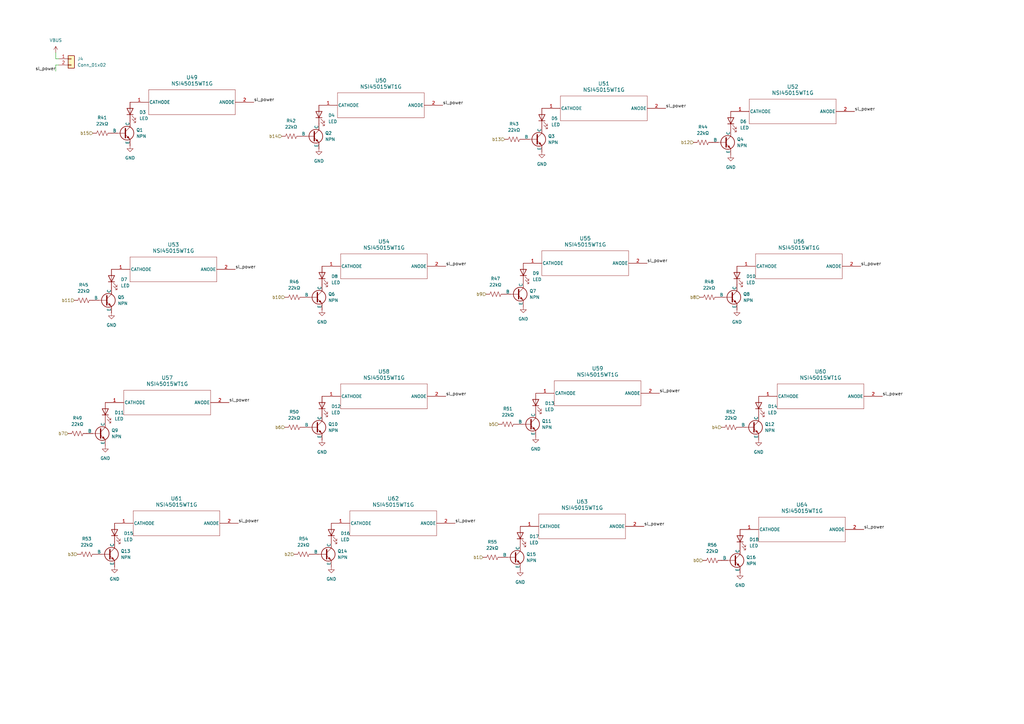
<source format=kicad_sch>
(kicad_sch (version 20231120) (generator "eeschema") (generator_version "8.0")
  (paper "A3")
  (lib_symbols
    (symbol "CMPE2750:NSI45015WT1G" (pin_names (offset 0.254))
      (property "Reference" "U" (at 25.4 10.16 0))
      (property "Value" "NSI45015WT1G" (at 25.4 7.62 0))
      (symbol "NSI45015WT1G_1_1"
        (polyline (pts (xy 7.62 -5.08) (xy 43.18 -5.08)) (stroke (width 0.127)))
        (polyline (pts (xy 7.62 5.08) (xy 7.62 -5.08)) (stroke (width 0.127)))
        (polyline (pts (xy 43.18 -5.08) (xy 43.18 5.08)) (stroke (width 0.127)))
        (polyline (pts (xy 43.18 5.08) (xy 7.62 5.08)) (stroke (width 0.127)))
        (pin passive line (at 0 0 0) (length 7.62) (name "CATHODE") (number "1"))
        (pin passive line (at 50.8 0 180) (length 7.62) (name "ANODE") (number "2"))
      )
    )
    (symbol "Connector_Generic:Conn_01x02" (pin_names (offset 1.016) hide)
      (property "Reference" "J" (at 0 2.54 0))
      (property "Value" "Conn_01x02" (at 0 -5.08 0))
      (symbol "Conn_01x02_1_1"
        (rectangle (start -1.27 -2.413) (end 0 -2.667) (stroke (width 0.1524)))
        (rectangle (start -1.27 0.127) (end 0 -0.127) (stroke (width 0.1524)))
        (rectangle (start -1.27 1.27) (end 1.27 -3.81) (stroke (width 0.254)) (fill (type background)))
        (pin passive line (at -5.08 0 0) (length 3.81) (name "Pin_1") (number "1"))
        (pin passive line (at -5.08 -2.54 0) (length 3.81) (name "Pin_2") (number "2"))
      )
    )
    (symbol "Device:LED" (pin_numbers hide) (pin_names (offset 1.016) hide)
      (property "Reference" "D" (at 0 2.54 0))
      (property "Value" "LED" (at 0 -2.54 0))
      (symbol "LED_0_1"
        (polyline (pts (xy -1.27 -1.27) (xy -1.27 1.27)) (stroke (width 0.254)))
        (polyline (pts (xy -1.27 0) (xy 1.27 0)))
        (polyline (pts (xy 1.27 -1.27) (xy 1.27 1.27) (xy -1.27 0) (xy 1.27 -1.27)) (stroke (width 0.254)))
        (polyline (pts (xy -3.048 -0.762) (xy -4.572 -2.286) (xy -3.81 -2.286) (xy -4.572 -2.286) (xy -4.572 -1.524)))
        (polyline (pts (xy -1.778 -0.762) (xy -3.302 -2.286) (xy -2.54 -2.286) (xy -3.302 -2.286) (xy -3.302 -1.524)))
      )
      (symbol "LED_1_1"
        (pin passive line (at -3.81 0 0) (length 2.54) (name "K") (number "1"))
        (pin passive line (at 3.81 0 180) (length 2.54) (name "A") (number "2"))
      )
    )
    (symbol "Device:R_US" (pin_numbers hide) (pin_names (offset 0))
      (property "Reference" "R" (at 2.54 0 90))
      (property "Value" "R_US" (at -2.54 0 90))
      (symbol "R_US_0_1"
        (polyline (pts (xy 0 -2.286) (xy 0 -2.54)))
        (polyline (pts (xy 0 2.286) (xy 0 2.54)))
        (polyline (pts (xy 0 -0.762) (xy 1.016 -1.143) (xy 0 -1.524) (xy -1.016 -1.905) (xy 0 -2.286)))
        (polyline (pts (xy 0 0.762) (xy 1.016 0.381) (xy 0 0) (xy -1.016 -0.381) (xy 0 -0.762)))
        (polyline (pts (xy 0 2.286) (xy 1.016 1.905) (xy 0 1.524) (xy -1.016 1.143) (xy 0 0.762)))
      )
      (symbol "R_US_1_1"
        (pin passive line (at 0 3.81 270) (length 1.27) (name "~") (number "1"))
        (pin passive line (at 0 -3.81 90) (length 1.27) (name "~") (number "2"))
      )
    )
    (symbol "Simulation_SPICE:NPN" (pin_numbers hide) (pin_names (offset 0))
      (property "Reference" "Q" (at -2.54 7.62 0))
      (property "Value" "NPN" (at -2.54 5.08 0))
      (symbol "NPN_0_1"
        (polyline (pts (xy -2.54 0) (xy 0.635 0)) (stroke (width 0.1524)))
        (polyline (pts (xy 0.635 0.635) (xy 2.54 2.54)))
        (polyline (pts (xy 2.794 -1.27) (xy 2.794 -1.27)) (stroke (width 0.1524)))
        (polyline (pts (xy 2.794 -1.27) (xy 2.794 -1.27)) (stroke (width 0.1524)))
        (polyline (pts (xy 0.635 -0.635) (xy 2.54 -2.54) (xy 2.54 -2.54)))
        (polyline (pts (xy 0.635 1.905) (xy 0.635 -1.905) (xy 0.635 -1.905)) (stroke (width 0.508)))
        (polyline (pts (xy 1.27 -1.778) (xy 1.778 -1.27) (xy 2.286 -2.286) (xy 1.27 -1.778) (xy 1.27 -1.778)) (fill (type outline)))
        (circle (center 1.27 0) (radius 2.8194) (stroke (width 0.254)))
      )
      (symbol "NPN_1_1"
        (pin open_collector line (at 2.54 5.08 270) (length 2.54) (name "C") (number "1"))
        (pin input line (at -5.08 0 0) (length 2.54) (name "B") (number "2"))
        (pin open_emitter line (at 2.54 -5.08 90) (length 2.54) (name "E") (number "3"))
      )
    )
    (symbol "power:GND" (power) (pin_numbers hide) (pin_names (offset 0) hide)
      (property "Value" "GND" (at 0 -3.81 0))
      (symbol "GND_0_1"
        (polyline (pts (xy 0 0) (xy 0 -1.27) (xy 1.27 -1.27) (xy 0 -2.54) (xy -1.27 -1.27) (xy 0 -1.27)))
      )
      (symbol "GND_1_1"
        (pin power_in line (at 0 0 270) (length 0) (name "~") (number "1"))
      )
    )
    (symbol "power:VBUS" (power) (pin_numbers hide) (pin_names (offset 0) hide)
      (property "Value" "VBUS" (at 0 3.556 0))
      (symbol "VBUS_0_1"
        (polyline (pts (xy -0.762 1.27) (xy 0 2.54)))
        (polyline (pts (xy 0 0) (xy 0 2.54)))
        (polyline (pts (xy 0 2.54) (xy 0.762 1.27)))
      )
      (symbol "VBUS_1_1"
        (pin power_in line (at 0 0 90) (length 0) (name "~") (number "1"))
      )
    )
  )
  (wire (pts (xy 22.86 24.13) (xy 22.86 21.59)))
  (wire (pts (xy 22.86 26.67) (xy 22.86 29.21)))
  (wire (pts (xy 24.13 26.67) (xy 22.86 26.67)))
  (wire (pts (xy 24.13 24.13) (xy 22.86 24.13)))
  (label "sl_power" (at 354.33 217.17 0))
  (label "sl_power" (at 93.98 165.1 0))
  (label "sl_power" (at 97.79 214.63 0))
  (label "sl_power" (at 22.86 29.21 180))
  (label "sl_power" (at 353.06 109.22 0))
  (label "sl_power" (at 186.69 214.63 0))
  (label "sl_power" (at 265.43 107.95 0))
  (label "sl_power" (at 182.88 162.56 0))
  (label "sl_power" (at 270.51 161.29 0))
  (label "sl_power" (at 361.95 162.56 0))
  (label "sl_power" (at 264.16 215.9 0))
  (label "sl_power" (at 350.52 45.72 0))
  (label "sl_power" (at 96.52 110.49 0))
  (label "sl_power" (at 182.88 109.22 0))
  (label "sl_power" (at 273.05 44.45 0))
  (label "sl_power" (at 104.14 41.91 0))
  (label "sl_power" (at 181.61 43.18 0))
  (hierarchical_label "b9" (shape input) (at 199.39 120.65 180))
  (hierarchical_label "b11" (shape input) (at 30.48 123.19 180))
  (hierarchical_label "b5" (shape input) (at 204.47 173.99 180))
  (hierarchical_label "b8" (shape input) (at 287.02 121.92 180))
  (hierarchical_label "b3" (shape input) (at 31.75 227.33 180))
  (hierarchical_label "b1" (shape input) (at 198.12 228.6 180))
  (hierarchical_label "b14" (shape input) (at 115.57 55.88 180))
  (hierarchical_label "b13" (shape input) (at 207.01 57.15 180))
  (hierarchical_label "b2" (shape input) (at 120.65 227.33 180))
  (hierarchical_label "b10" (shape input) (at 116.84 121.92 180))
  (hierarchical_label "b6" (shape input) (at 116.84 175.26 180))
  (hierarchical_label "b15" (shape input) (at 38.1 54.61 180))
  (hierarchical_label "b0" (shape input) (at 288.29 229.87 180))
  (hierarchical_label "b4" (shape input) (at 295.91 175.26 180))
  (hierarchical_label "b12" (shape input) (at 284.48 58.42 180))
  (hierarchical_label "b7" (shape input) (at 27.94 177.8 180))
  (symbol (lib_id "CMPE2750:NSI45015WT1G") (at 214.63 107.95 0) (unit 1)
    (property "Reference" "U55" (at 240.03 97.79 0) (effects (font (size 1.524 1.524))))
    (property "Value" "NSI45015WT1G" (at 240.03 100.33 0) (effects (font (size 1.524 1.524))))
    (property "Footprint" "SOD123-2_ONS" (effects (hide yes)))
    (property "Datasheet" "NSI45015WT1G" (effects (hide yes)))
  )
  (symbol (lib_id "CMPE2750:NSI45015WT1G") (at 130.81 43.18 0) (unit 1)
    (property "Reference" "U50" (at 156.21 33.02 0) (effects (font (size 1.524 1.524))))
    (property "Value" "NSI45015WT1G" (at 156.21 35.56 0) (effects (font (size 1.524 1.524))))
    (property "Footprint" "SOD123-2_ONS" (effects (hide yes)))
    (property "Datasheet" "NSI45015WT1G" (effects (hide yes)))
  )
  (symbol (lib_id "Device:R_US") (at 299.72 175.26 90) (unit 1)
    (property "Reference" "R52" (at 299.72 168.91 90))
    (property "Value" "22kΩ" (at 299.72 171.45 90))
    (property "Description" "Resistor, US symbol" (effects (hide yes)))
  )
  (symbol (lib_id "power:GND") (at 45.72 128.27 0) (unit 1)
    (property "Reference" "#PWR047" (effects (hide yes)))
    (property "Value" "GND" (at 45.72 133.35 0))
    (property "Description" "Power symbol creates a global label with name \"GND\" , ground" (effects (hide yes)))
  )
  (symbol (lib_id "power:GND") (at 299.72 63.5 0) (unit 1)
    (property "Reference" "#PWR046" (effects (hide yes)))
    (property "Value" "GND" (at 299.72 68.58 0))
    (property "Description" "Power symbol creates a global label with name \"GND\" , ground" (effects (hide yes)))
  )
  (symbol (lib_id "Device:LED") (at 135.89 218.44 90) (unit 1)
    (property "Reference" "D16" (at 139.7 218.7574 90) (effects (justify right)))
    (property "Value" "LED" (at 139.7 221.2974 90) (effects (justify right)))
    (property "Footprint" "LED_SMD:LED_0805_2012Metric" (effects (hide yes)))
    (property "Datasheet" "XL-2012UVA" (effects (hide yes)))
    (property "Description" "Light emitting diode" (effects (hide yes)))
  )
  (symbol (lib_id "Simulation_SPICE:NPN") (at 44.45 227.33 0) (unit 1)
    (property "Reference" "Q13" (at 49.53 226.0599 0) (effects (justify left)))
    (property "Value" "NPN" (at 49.53 228.5999 0) (effects (justify left)))
    (property "Datasheet" "https://ngspice.sourceforge.io/docs/ngspice-html-manual/manual.xhtml#cha_BJTs" (effects (hide yes)))
    (property "Description" "Bipolar transistor symbol for simulation only, substrate tied to the emitter" (effects (hide yes)))
    (property "Sim.Device" "NPN" (effects (hide yes)))
    (property "Sim.Type" "GUMMELPOON" (effects (hide yes)))
    (property "Sim.Pins" "1=C 2=B 3=E" (effects (hide yes)))
  )
  (symbol (lib_id "Simulation_SPICE:NPN") (at 129.54 121.92 0) (unit 1)
    (property "Reference" "Q6" (at 134.62 120.6499 0) (effects (justify left)))
    (property "Value" "NPN" (at 134.62 123.1899 0) (effects (justify left)))
    (property "Datasheet" "https://ngspice.sourceforge.io/docs/ngspice-html-manual/manual.xhtml#cha_BJTs" (effects (hide yes)))
    (property "Description" "Bipolar transistor symbol for simulation only, substrate tied to the emitter" (effects (hide yes)))
    (property "Sim.Device" "NPN" (effects (hide yes)))
    (property "Sim.Type" "GUMMELPOON" (effects (hide yes)))
    (property "Sim.Pins" "1=C 2=B 3=E" (effects (hide yes)))
  )
  (symbol (lib_id "power:GND") (at 43.18 182.88 0) (unit 1)
    (property "Reference" "#PWR051" (effects (hide yes)))
    (property "Value" "GND" (at 43.18 187.96 0))
    (property "Description" "Power symbol creates a global label with name \"GND\" , ground" (effects (hide yes)))
  )
  (symbol (lib_id "CMPE2750:NSI45015WT1G") (at 302.26 109.22 0) (unit 1)
    (property "Reference" "U56" (at 327.66 99.06 0) (effects (font (size 1.524 1.524))))
    (property "Value" "NSI45015WT1G" (at 327.66 101.6 0) (effects (font (size 1.524 1.524))))
    (property "Footprint" "SOD123-2_ONS" (effects (hide yes)))
    (property "Datasheet" "NSI45015WT1G" (effects (hide yes)))
  )
  (symbol (lib_id "CMPE2750:NSI45015WT1G") (at 311.15 162.56 0) (unit 1)
    (property "Reference" "U60" (at 336.55 152.4 0) (effects (font (size 1.524 1.524))))
    (property "Value" "NSI45015WT1G" (at 336.55 154.94 0) (effects (font (size 1.524 1.524))))
    (property "Footprint" "SOD123-2_ONS" (effects (hide yes)))
    (property "Datasheet" "NSI45015WT1G" (effects (hide yes)))
  )
  (symbol (lib_id "Device:R_US") (at 208.28 173.99 90) (unit 1)
    (property "Reference" "R51" (at 208.28 167.64 90))
    (property "Value" "22kΩ" (at 208.28 170.18 90))
    (property "Description" "Resistor, US symbol" (effects (hide yes)))
  )
  (symbol (lib_id "Simulation_SPICE:NPN") (at 308.61 175.26 0) (unit 1)
    (property "Reference" "Q12" (at 313.69 173.9899 0) (effects (justify left)))
    (property "Value" "NPN" (at 313.69 176.5299 0) (effects (justify left)))
    (property "Datasheet" "https://ngspice.sourceforge.io/docs/ngspice-html-manual/manual.xhtml#cha_BJTs" (effects (hide yes)))
    (property "Description" "Bipolar transistor symbol for simulation only, substrate tied to the emitter" (effects (hide yes)))
    (property "Sim.Device" "NPN" (effects (hide yes)))
    (property "Sim.Type" "GUMMELPOON" (effects (hide yes)))
    (property "Sim.Pins" "1=C 2=B 3=E" (effects (hide yes)))
  )
  (symbol (lib_id "power:GND") (at 53.34 59.69 0) (unit 1)
    (property "Reference" "#PWR043" (effects (hide yes)))
    (property "Value" "GND" (at 53.34 64.77 0))
    (property "Description" "Power symbol creates a global label with name \"GND\" , ground" (effects (hide yes)))
  )
  (symbol (lib_id "Device:LED") (at 43.18 168.91 90) (unit 1)
    (property "Reference" "D11" (at 46.99 169.2274 90) (effects (justify right)))
    (property "Value" "LED" (at 46.99 171.7674 90) (effects (justify right)))
    (property "Footprint" "LED_SMD:LED_0805_2012Metric" (effects (hide yes)))
    (property "Datasheet" "XL-2012UVA" (effects (hide yes)))
    (property "Description" "Light emitting diode" (effects (hide yes)))
  )
  (symbol (lib_id "Device:LED") (at 132.08 113.03 90) (unit 1)
    (property "Reference" "D8" (at 135.89 113.3474 90) (effects (justify right)))
    (property "Value" "LED" (at 135.89 115.8874 90) (effects (justify right)))
    (property "Footprint" "LED_SMD:LED_0805_2012Metric" (effects (hide yes)))
    (property "Datasheet" "XL-2012UVA" (effects (hide yes)))
    (property "Description" "Light emitting diode" (effects (hide yes)))
  )
  (symbol (lib_id "power:GND") (at 132.08 180.34 0) (unit 1)
    (property "Reference" "#PWR052" (effects (hide yes)))
    (property "Value" "GND" (at 132.08 185.42 0))
    (property "Description" "Power symbol creates a global label with name \"GND\" , ground" (effects (hide yes)))
  )
  (symbol (lib_id "Simulation_SPICE:NPN") (at 297.18 58.42 0) (unit 1)
    (property "Reference" "Q4" (at 302.26 57.1499 0) (effects (justify left)))
    (property "Value" "NPN" (at 302.26 59.6899 0) (effects (justify left)))
    (property "Datasheet" "https://ngspice.sourceforge.io/docs/ngspice-html-manual/manual.xhtml#cha_BJTs" (effects (hide yes)))
    (property "Description" "Bipolar transistor symbol for simulation only, substrate tied to the emitter" (effects (hide yes)))
    (property "Sim.Device" "NPN" (effects (hide yes)))
    (property "Sim.Type" "GUMMELPOON" (effects (hide yes)))
    (property "Sim.Pins" "1=C 2=B 3=E" (effects (hide yes)))
  )
  (symbol (lib_id "Device:R_US") (at 120.65 175.26 90) (unit 1)
    (property "Reference" "R50" (at 120.65 168.91 90))
    (property "Value" "22kΩ" (at 120.65 171.45 90))
    (property "Description" "Resistor, US symbol" (effects (hide yes)))
  )
  (symbol (lib_id "Device:LED") (at 53.34 45.72 90) (unit 1)
    (property "Reference" "D3" (at 57.15 46.0374 90) (effects (justify right)))
    (property "Value" "LED" (at 57.15 48.5774 90) (effects (justify right)))
    (property "Footprint" "LED_SMD:LED_0805_2012Metric" (effects (hide yes)))
    (property "Datasheet" "XL-2012UVA" (effects (hide yes)))
    (property "Description" "Light emitting diode" (effects (hide yes)))
  )
  (symbol (lib_id "Device:LED") (at 222.25 48.26 90) (unit 1)
    (property "Reference" "D5" (at 226.06 48.5774 90) (effects (justify right)))
    (property "Value" "LED" (at 226.06 51.1174 90) (effects (justify right)))
    (property "Footprint" "LED_SMD:LED_0805_2012Metric" (effects (hide yes)))
    (property "Datasheet" "XL-2012UVA" (effects (hide yes)))
    (property "Description" "Light emitting diode" (effects (hide yes)))
  )
  (symbol (lib_id "Device:LED") (at 299.72 49.53 90) (unit 1)
    (property "Reference" "D6" (at 303.53 49.8474 90) (effects (justify right)))
    (property "Value" "LED" (at 303.53 52.3874 90) (effects (justify right)))
    (property "Footprint" "LED_SMD:LED_0805_2012Metric" (effects (hide yes)))
    (property "Datasheet" "XL-2012UVA" (effects (hide yes)))
    (property "Description" "Light emitting diode" (effects (hide yes)))
  )
  (symbol (lib_id "Simulation_SPICE:NPN") (at 299.72 121.92 0) (unit 1)
    (property "Reference" "Q8" (at 304.8 120.6499 0) (effects (justify left)))
    (property "Value" "NPN" (at 304.8 123.1899 0) (effects (justify left)))
    (property "Datasheet" "https://ngspice.sourceforge.io/docs/ngspice-html-manual/manual.xhtml#cha_BJTs" (effects (hide yes)))
    (property "Description" "Bipolar transistor symbol for simulation only, substrate tied to the emitter" (effects (hide yes)))
    (property "Sim.Device" "NPN" (effects (hide yes)))
    (property "Sim.Type" "GUMMELPOON" (effects (hide yes)))
    (property "Sim.Pins" "1=C 2=B 3=E" (effects (hide yes)))
  )
  (symbol (lib_id "Device:R_US") (at 34.29 123.19 90) (unit 1)
    (property "Reference" "R45" (at 34.29 116.84 90))
    (property "Value" "22kΩ" (at 34.29 119.38 90))
    (property "Description" "Resistor, US symbol" (effects (hide yes)))
  )
  (symbol (lib_id "Device:R_US") (at 288.29 58.42 90) (unit 1)
    (property "Reference" "R44" (at 288.29 52.07 90))
    (property "Value" "22kΩ" (at 288.29 54.61 90))
    (property "Description" "Resistor, US symbol" (effects (hide yes)))
  )
  (symbol (lib_id "Device:LED") (at 46.99 218.44 90) (unit 1)
    (property "Reference" "D15" (at 50.8 218.7574 90) (effects (justify right)))
    (property "Value" "LED" (at 50.8 221.2974 90) (effects (justify right)))
    (property "Footprint" "LED_SMD:LED_0805_2012Metric" (effects (hide yes)))
    (property "Datasheet" "XL-2012UVA" (effects (hide yes)))
    (property "Description" "Light emitting diode" (effects (hide yes)))
  )
  (symbol (lib_id "Device:R_US") (at 119.38 55.88 90) (unit 1)
    (property "Reference" "R42" (at 119.38 49.53 90))
    (property "Value" "22kΩ" (at 119.38 52.07 90))
    (property "Description" "Resistor, US symbol" (effects (hide yes)))
  )
  (symbol (lib_id "Simulation_SPICE:NPN") (at 43.18 123.19 0) (unit 1)
    (property "Reference" "Q5" (at 48.26 121.9199 0) (effects (justify left)))
    (property "Value" "NPN" (at 48.26 124.4599 0) (effects (justify left)))
    (property "Datasheet" "https://ngspice.sourceforge.io/docs/ngspice-html-manual/manual.xhtml#cha_BJTs" (effects (hide yes)))
    (property "Description" "Bipolar transistor symbol for simulation only, substrate tied to the emitter" (effects (hide yes)))
    (property "Sim.Device" "NPN" (effects (hide yes)))
    (property "Sim.Type" "GUMMELPOON" (effects (hide yes)))
    (property "Sim.Pins" "1=C 2=B 3=E" (effects (hide yes)))
  )
  (symbol (lib_id "Simulation_SPICE:NPN") (at 300.99 229.87 0) (unit 1)
    (property "Reference" "Q16" (at 306.07 228.5999 0) (effects (justify left)))
    (property "Value" "NPN" (at 306.07 231.1399 0) (effects (justify left)))
    (property "Datasheet" "https://ngspice.sourceforge.io/docs/ngspice-html-manual/manual.xhtml#cha_BJTs" (effects (hide yes)))
    (property "Description" "Bipolar transistor symbol for simulation only, substrate tied to the emitter" (effects (hide yes)))
    (property "Sim.Device" "NPN" (effects (hide yes)))
    (property "Sim.Type" "GUMMELPOON" (effects (hide yes)))
    (property "Sim.Pins" "1=C 2=B 3=E" (effects (hide yes)))
  )
  (symbol (lib_id "Simulation_SPICE:NPN") (at 129.54 175.26 0) (unit 1)
    (property "Reference" "Q10" (at 134.62 173.9899 0) (effects (justify left)))
    (property "Value" "NPN" (at 134.62 176.5299 0) (effects (justify left)))
    (property "Datasheet" "https://ngspice.sourceforge.io/docs/ngspice-html-manual/manual.xhtml#cha_BJTs" (effects (hide yes)))
    (property "Description" "Bipolar transistor symbol for simulation only, substrate tied to the emitter" (effects (hide yes)))
    (property "Sim.Device" "NPN" (effects (hide yes)))
    (property "Sim.Type" "GUMMELPOON" (effects (hide yes)))
    (property "Sim.Pins" "1=C 2=B 3=E" (effects (hide yes)))
  )
  (symbol (lib_id "CMPE2750:NSI45015WT1G") (at 45.72 110.49 0) (unit 1)
    (property "Reference" "U53" (at 71.12 100.33 0) (effects (font (size 1.524 1.524))))
    (property "Value" "NSI45015WT1G" (at 71.12 102.87 0) (effects (font (size 1.524 1.524))))
    (property "Footprint" "SOD123-2_ONS" (effects (hide yes)))
    (property "Datasheet" "NSI45015WT1G" (effects (hide yes)))
  )
  (symbol (lib_id "CMPE2750:NSI45015WT1G") (at 303.53 217.17 0) (unit 1)
    (property "Reference" "U64" (at 328.93 207.01 0) (effects (font (size 1.524 1.524))))
    (property "Value" "NSI45015WT1G" (at 328.93 209.55 0) (effects (font (size 1.524 1.524))))
    (property "Footprint" "SOD123-2_ONS" (effects (hide yes)))
    (property "Datasheet" "NSI45015WT1G" (effects (hide yes)))
  )
  (symbol (lib_id "power:GND") (at 302.26 127 0) (unit 1)
    (property "Reference" "#PWR050" (effects (hide yes)))
    (property "Value" "GND" (at 302.26 132.08 0))
    (property "Description" "Power symbol creates a global label with name \"GND\" , ground" (effects (hide yes)))
  )
  (symbol (lib_id "CMPE2750:NSI45015WT1G") (at 53.34 41.91 0) (unit 1)
    (property "Reference" "U49" (at 78.74 31.75 0) (effects (font (size 1.524 1.524))))
    (property "Value" "NSI45015WT1G" (at 78.74 34.29 0) (effects (font (size 1.524 1.524))))
    (property "Footprint" "SOD123-2_ONS" (effects (hide yes)))
    (property "Datasheet" "NSI45015WT1G" (effects (hide yes)))
  )
  (symbol (lib_id "Simulation_SPICE:NPN") (at 40.64 177.8 0) (unit 1)
    (property "Reference" "Q9" (at 45.72 176.5299 0) (effects (justify left)))
    (property "Value" "NPN" (at 45.72 179.0699 0) (effects (justify left)))
    (property "Datasheet" "https://ngspice.sourceforge.io/docs/ngspice-html-manual/manual.xhtml#cha_BJTs" (effects (hide yes)))
    (property "Description" "Bipolar transistor symbol for simulation only, substrate tied to the emitter" (effects (hide yes)))
    (property "Sim.Device" "NPN" (effects (hide yes)))
    (property "Sim.Type" "GUMMELPOON" (effects (hide yes)))
    (property "Sim.Pins" "1=C 2=B 3=E" (effects (hide yes)))
  )
  (symbol (lib_id "Connector_Generic:Conn_01x02") (at 29.21 24.13 0) (unit 1)
    (property "Reference" "J4" (at 31.75 24.1299 0) (effects (justify left)))
    (property "Value" "Conn_01x02" (at 31.75 26.6699 0) (effects (justify left)))
    (property "Description" "Generic connector, single row, 01x02, script generated (kicad-library-utils/schlib/autogen/connector/)" (effects (hide yes)))
  )
  (symbol (lib_id "Simulation_SPICE:NPN") (at 212.09 120.65 0) (unit 1)
    (property "Reference" "Q7" (at 217.17 119.3799 0) (effects (justify left)))
    (property "Value" "NPN" (at 217.17 121.9199 0) (effects (justify left)))
    (property "Datasheet" "https://ngspice.sourceforge.io/docs/ngspice-html-manual/manual.xhtml#cha_BJTs" (effects (hide yes)))
    (property "Description" "Bipolar transistor symbol for simulation only, substrate tied to the emitter" (effects (hide yes)))
    (property "Sim.Device" "NPN" (effects (hide yes)))
    (property "Sim.Type" "GUMMELPOON" (effects (hide yes)))
    (property "Sim.Pins" "1=C 2=B 3=E" (effects (hide yes)))
  )
  (symbol (lib_id "power:GND") (at 135.89 232.41 0) (unit 1)
    (property "Reference" "#PWR056" (effects (hide yes)))
    (property "Value" "GND" (at 135.89 237.49 0))
    (property "Description" "Power symbol creates a global label with name \"GND\" , ground" (effects (hide yes)))
  )
  (symbol (lib_id "Simulation_SPICE:NPN") (at 219.71 57.15 0) (unit 1)
    (property "Reference" "Q3" (at 224.79 55.8799 0) (effects (justify left)))
    (property "Value" "NPN" (at 224.79 58.4199 0) (effects (justify left)))
    (property "Datasheet" "https://ngspice.sourceforge.io/docs/ngspice-html-manual/manual.xhtml#cha_BJTs" (effects (hide yes)))
    (property "Description" "Bipolar transistor symbol for simulation only, substrate tied to the emitter" (effects (hide yes)))
    (property "Sim.Device" "NPN" (effects (hide yes)))
    (property "Sim.Type" "GUMMELPOON" (effects (hide yes)))
    (property "Sim.Pins" "1=C 2=B 3=E" (effects (hide yes)))
  )
  (symbol (lib_id "Device:R_US") (at 210.82 57.15 90) (unit 1)
    (property "Reference" "R43" (at 210.82 50.8 90))
    (property "Value" "22kΩ" (at 210.82 53.34 90))
    (property "Description" "Resistor, US symbol" (effects (hide yes)))
  )
  (symbol (lib_id "Device:R_US") (at 290.83 121.92 90) (unit 1)
    (property "Reference" "R48" (at 290.83 115.57 90))
    (property "Value" "22kΩ" (at 290.83 118.11 90))
    (property "Description" "Resistor, US symbol" (effects (hide yes)))
  )
  (symbol (lib_id "Simulation_SPICE:NPN") (at 50.8 54.61 0) (unit 1)
    (property "Reference" "Q1" (at 55.88 53.3399 0) (effects (justify left)))
    (property "Value" "NPN" (at 55.88 55.8799 0) (effects (justify left)))
    (property "Datasheet" "https://ngspice.sourceforge.io/docs/ngspice-html-manual/manual.xhtml#cha_BJTs" (effects (hide yes)))
    (property "Description" "Bipolar transistor symbol for simulation only, substrate tied to the emitter" (effects (hide yes)))
    (property "Sim.Device" "NPN" (effects (hide yes)))
    (property "Sim.Type" "GUMMELPOON" (effects (hide yes)))
    (property "Sim.Pins" "1=C 2=B 3=E" (effects (hide yes)))
  )
  (symbol (lib_id "Device:LED") (at 45.72 114.3 90) (unit 1)
    (property "Reference" "D7" (at 49.53 114.6174 90) (effects (justify right)))
    (property "Value" "LED" (at 49.53 117.1574 90) (effects (justify right)))
    (property "Footprint" "LED_SMD:LED_0805_2012Metric" (effects (hide yes)))
    (property "Datasheet" "XL-2012UVA" (effects (hide yes)))
    (property "Description" "Light emitting diode" (effects (hide yes)))
  )
  (symbol (lib_id "power:GND") (at 213.36 233.68 0) (unit 1)
    (property "Reference" "#PWR057" (effects (hide yes)))
    (property "Value" "GND" (at 213.36 238.76 0))
    (property "Description" "Power symbol creates a global label with name \"GND\" , ground" (effects (hide yes)))
  )
  (symbol (lib_id "CMPE2750:NSI45015WT1G") (at 132.08 109.22 0) (unit 1)
    (property "Reference" "U54" (at 157.48 99.06 0) (effects (font (size 1.524 1.524))))
    (property "Value" "NSI45015WT1G" (at 157.48 101.6 0) (effects (font (size 1.524 1.524))))
    (property "Footprint" "SOD123-2_ONS" (effects (hide yes)))
    (property "Datasheet" "NSI45015WT1G" (effects (hide yes)))
  )
  (symbol (lib_id "Simulation_SPICE:NPN") (at 133.35 227.33 0) (unit 1)
    (property "Reference" "Q14" (at 138.43 226.0599 0) (effects (justify left)))
    (property "Value" "NPN" (at 138.43 228.5999 0) (effects (justify left)))
    (property "Datasheet" "https://ngspice.sourceforge.io/docs/ngspice-html-manual/manual.xhtml#cha_BJTs" (effects (hide yes)))
    (property "Description" "Bipolar transistor symbol for simulation only, substrate tied to the emitter" (effects (hide yes)))
    (property "Sim.Device" "NPN" (effects (hide yes)))
    (property "Sim.Type" "GUMMELPOON" (effects (hide yes)))
    (property "Sim.Pins" "1=C 2=B 3=E" (effects (hide yes)))
  )
  (symbol (lib_id "power:VBUS") (at 22.86 21.59 0) (unit 1)
    (property "Reference" "#PWR059" (effects (hide yes)))
    (property "Value" "VBUS" (at 22.86 16.51 0))
    (property "Description" "Power symbol creates a global label with name \"VBUS\"" (effects (hide yes)))
  )
  (symbol (lib_id "power:GND") (at 132.08 127 0) (unit 1)
    (property "Reference" "#PWR048" (effects (hide yes)))
    (property "Value" "GND" (at 132.08 132.08 0))
    (property "Description" "Power symbol creates a global label with name \"GND\" , ground" (effects (hide yes)))
  )
  (symbol (lib_id "Device:LED") (at 219.71 165.1 90) (unit 1)
    (property "Reference" "D13" (at 223.52 165.4174 90) (effects (justify right)))
    (property "Value" "LED" (at 223.52 167.9574 90) (effects (justify right)))
    (property "Footprint" "LED_SMD:LED_0805_2012Metric" (effects (hide yes)))
    (property "Datasheet" "XL-2012UVA" (effects (hide yes)))
    (property "Description" "Light emitting diode" (effects (hide yes)))
  )
  (symbol (lib_id "Device:R_US") (at 120.65 121.92 90) (unit 1)
    (property "Reference" "R46" (at 120.65 115.57 90))
    (property "Value" "22kΩ" (at 120.65 118.11 90))
    (property "Description" "Resistor, US symbol" (effects (hide yes)))
  )
  (symbol (lib_id "Device:R_US") (at 292.1 229.87 90) (unit 1)
    (property "Reference" "R56" (at 292.1 223.52 90))
    (property "Value" "22kΩ" (at 292.1 226.06 90))
    (property "Description" "Resistor, US symbol" (effects (hide yes)))
  )
  (symbol (lib_id "Device:LED") (at 302.26 113.03 90) (unit 1)
    (property "Reference" "D10" (at 306.07 113.3474 90) (effects (justify right)))
    (property "Value" "LED" (at 306.07 115.8874 90) (effects (justify right)))
    (property "Footprint" "LED_SMD:LED_0805_2012Metric" (effects (hide yes)))
    (property "Datasheet" "XL-2012UVA" (effects (hide yes)))
    (property "Description" "Light emitting diode" (effects (hide yes)))
  )
  (symbol (lib_id "Device:R_US") (at 201.93 228.6 90) (unit 1)
    (property "Reference" "R55" (at 201.93 222.25 90))
    (property "Value" "22kΩ" (at 201.93 224.79 90))
    (property "Description" "Resistor, US symbol" (effects (hide yes)))
  )
  (symbol (lib_id "Device:LED") (at 213.36 219.71 90) (unit 1)
    (property "Reference" "D17" (at 217.17 220.0274 90) (effects (justify right)))
    (property "Value" "LED" (at 217.17 222.5674 90) (effects (justify right)))
    (property "Footprint" "LED_SMD:LED_0805_2012Metric" (effects (hide yes)))
    (property "Datasheet" "XL-2012UVA" (effects (hide yes)))
    (property "Description" "Light emitting diode" (effects (hide yes)))
  )
  (symbol (lib_id "power:GND") (at 222.25 62.23 0) (unit 1)
    (property "Reference" "#PWR045" (effects (hide yes)))
    (property "Value" "GND" (at 222.25 67.31 0))
    (property "Description" "Power symbol creates a global label with name \"GND\" , ground" (effects (hide yes)))
  )
  (symbol (lib_id "Device:R_US") (at 35.56 227.33 90) (unit 1)
    (property "Reference" "R53" (at 35.56 220.98 90))
    (property "Value" "22kΩ" (at 35.56 223.52 90))
    (property "Description" "Resistor, US symbol" (effects (hide yes)))
  )
  (symbol (lib_id "Device:LED") (at 132.08 166.37 90) (unit 1)
    (property "Reference" "D12" (at 135.89 166.6874 90) (effects (justify right)))
    (property "Value" "LED" (at 135.89 169.2274 90) (effects (justify right)))
    (property "Footprint" "LED_SMD:LED_0805_2012Metric" (effects (hide yes)))
    (property "Datasheet" "XL-2012UVA" (effects (hide yes)))
    (property "Description" "Light emitting diode" (effects (hide yes)))
  )
  (symbol (lib_id "CMPE2750:NSI45015WT1G") (at 299.72 45.72 0) (unit 1)
    (property "Reference" "U52" (at 325.12 35.56 0) (effects (font (size 1.524 1.524))))
    (property "Value" "NSI45015WT1G" (at 325.12 38.1 0) (effects (font (size 1.524 1.524))))
    (property "Footprint" "SOD123-2_ONS" (effects (hide yes)))
    (property "Datasheet" "NSI45015WT1G" (effects (hide yes)))
  )
  (symbol (lib_id "Device:R_US") (at 203.2 120.65 90) (unit 1)
    (property "Reference" "R47" (at 203.2 114.3 90))
    (property "Value" "22kΩ" (at 203.2 116.84 90))
    (property "Description" "Resistor, US symbol" (effects (hide yes)))
  )
  (symbol (lib_id "Simulation_SPICE:NPN") (at 217.17 173.99 0) (unit 1)
    (property "Reference" "Q11" (at 222.25 172.7199 0) (effects (justify left)))
    (property "Value" "NPN" (at 222.25 175.2599 0) (effects (justify left)))
    (property "Datasheet" "https://ngspice.sourceforge.io/docs/ngspice-html-manual/manual.xhtml#cha_BJTs" (effects (hide yes)))
    (property "Description" "Bipolar transistor symbol for simulation only, substrate tied to the emitter" (effects (hide yes)))
    (property "Sim.Device" "NPN" (effects (hide yes)))
    (property "Sim.Type" "GUMMELPOON" (effects (hide yes)))
    (property "Sim.Pins" "1=C 2=B 3=E" (effects (hide yes)))
  )
  (symbol (lib_id "Device:LED") (at 311.15 166.37 90) (unit 1)
    (property "Reference" "D14" (at 314.96 166.6874 90) (effects (justify right)))
    (property "Value" "LED" (at 314.96 169.2274 90) (effects (justify right)))
    (property "Footprint" "LED_SMD:LED_0805_2012Metric" (effects (hide yes)))
    (property "Datasheet" "XL-2012UVA" (effects (hide yes)))
    (property "Description" "Light emitting diode" (effects (hide yes)))
  )
  (symbol (lib_id "Device:LED") (at 303.53 220.98 90) (unit 1)
    (property "Reference" "D18" (at 307.34 221.2974 90) (effects (justify right)))
    (property "Value" "LED" (at 307.34 223.8374 90) (effects (justify right)))
    (property "Footprint" "LED_SMD:LED_0805_2012Metric" (effects (hide yes)))
    (property "Datasheet" "XL-2012UVA" (effects (hide yes)))
    (property "Description" "Light emitting diode" (effects (hide yes)))
  )
  (symbol (lib_id "CMPE2750:NSI45015WT1G") (at 219.71 161.29 0) (unit 1)
    (property "Reference" "U59" (at 245.11 151.13 0) (effects (font (size 1.524 1.524))))
    (property "Value" "NSI45015WT1G" (at 245.11 153.67 0) (effects (font (size 1.524 1.524))))
    (property "Footprint" "SOD123-2_ONS" (effects (hide yes)))
    (property "Datasheet" "NSI45015WT1G" (effects (hide yes)))
  )
  (symbol (lib_id "CMPE2750:NSI45015WT1G") (at 46.99 214.63 0) (unit 1)
    (property "Reference" "U61" (at 72.39 204.47 0) (effects (font (size 1.524 1.524))))
    (property "Value" "NSI45015WT1G" (at 72.39 207.01 0) (effects (font (size 1.524 1.524))))
    (property "Footprint" "SOD123-2_ONS" (effects (hide yes)))
    (property "Datasheet" "NSI45015WT1G" (effects (hide yes)))
  )
  (symbol (lib_id "CMPE2750:NSI45015WT1G") (at 222.25 44.45 0) (unit 1)
    (property "Reference" "U51" (at 247.65 34.29 0) (effects (font (size 1.524 1.524))))
    (property "Value" "NSI45015WT1G" (at 247.65 36.83 0) (effects (font (size 1.524 1.524))))
    (property "Footprint" "SOD123-2_ONS" (effects (hide yes)))
    (property "Datasheet" "NSI45015WT1G" (effects (hide yes)))
  )
  (symbol (lib_id "Device:LED") (at 214.63 111.76 90) (unit 1)
    (property "Reference" "D9" (at 218.44 112.0774 90) (effects (justify right)))
    (property "Value" "LED" (at 218.44 114.6174 90) (effects (justify right)))
    (property "Footprint" "LED_SMD:LED_0805_2012Metric" (effects (hide yes)))
    (property "Datasheet" "XL-2012UVA" (effects (hide yes)))
    (property "Description" "Light emitting diode" (effects (hide yes)))
  )
  (symbol (lib_id "power:GND") (at 303.53 234.95 0) (unit 1)
    (property "Reference" "#PWR058" (effects (hide yes)))
    (property "Value" "GND" (at 303.53 240.03 0))
    (property "Description" "Power symbol creates a global label with name \"GND\" , ground" (effects (hide yes)))
  )
  (symbol (lib_id "Device:R_US") (at 31.75 177.8 90) (unit 1)
    (property "Reference" "R49" (at 31.75 171.45 90))
    (property "Value" "22kΩ" (at 31.75 173.99 90))
    (property "Description" "Resistor, US symbol" (effects (hide yes)))
  )
  (symbol (lib_id "power:GND") (at 214.63 125.73 0) (unit 1)
    (property "Reference" "#PWR049" (effects (hide yes)))
    (property "Value" "GND" (at 214.63 130.81 0))
    (property "Description" "Power symbol creates a global label with name \"GND\" , ground" (effects (hide yes)))
  )
  (symbol (lib_id "CMPE2750:NSI45015WT1G") (at 43.18 165.1 0) (unit 1)
    (property "Reference" "U57" (at 68.58 154.94 0) (effects (font (size 1.524 1.524))))
    (property "Value" "NSI45015WT1G" (at 68.58 157.48 0) (effects (font (size 1.524 1.524))))
    (property "Footprint" "SOD123-2_ONS" (effects (hide yes)))
    (property "Datasheet" "NSI45015WT1G" (effects (hide yes)))
  )
  (symbol (lib_id "power:GND") (at 46.99 232.41 0) (unit 1)
    (property "Reference" "#PWR055" (effects (hide yes)))
    (property "Value" "GND" (at 46.99 237.49 0))
    (property "Description" "Power symbol creates a global label with name \"GND\" , ground" (effects (hide yes)))
  )
  (symbol (lib_id "CMPE2750:NSI45015WT1G") (at 135.89 214.63 0) (unit 1)
    (property "Reference" "U62" (at 161.29 204.47 0) (effects (font (size 1.524 1.524))))
    (property "Value" "NSI45015WT1G" (at 161.29 207.01 0) (effects (font (size 1.524 1.524))))
    (property "Footprint" "SOD123-2_ONS" (effects (hide yes)))
    (property "Datasheet" "NSI45015WT1G" (effects (hide yes)))
  )
  (symbol (lib_id "Device:R_US") (at 124.46 227.33 90) (unit 1)
    (property "Reference" "R54" (at 124.46 220.98 90))
    (property "Value" "22kΩ" (at 124.46 223.52 90))
    (property "Description" "Resistor, US symbol" (effects (hide yes)))
  )
  (symbol (lib_id "Simulation_SPICE:NPN") (at 210.82 228.6 0) (unit 1)
    (property "Reference" "Q15" (at 215.9 227.3299 0) (effects (justify left)))
    (property "Value" "NPN" (at 215.9 229.8699 0) (effects (justify left)))
    (property "Datasheet" "https://ngspice.sourceforge.io/docs/ngspice-html-manual/manual.xhtml#cha_BJTs" (effects (hide yes)))
    (property "Description" "Bipolar transistor symbol for simulation only, substrate tied to the emitter" (effects (hide yes)))
    (property "Sim.Device" "NPN" (effects (hide yes)))
    (property "Sim.Type" "GUMMELPOON" (effects (hide yes)))
    (property "Sim.Pins" "1=C 2=B 3=E" (effects (hide yes)))
  )
  (symbol (lib_id "Device:R_US") (at 41.91 54.61 90) (unit 1)
    (property "Reference" "R41" (at 41.91 48.26 90))
    (property "Value" "22kΩ" (at 41.91 50.8 90))
    (property "Description" "Resistor, US symbol" (effects (hide yes)))
  )
  (symbol (lib_id "power:GND") (at 130.81 60.96 0) (unit 1)
    (property "Reference" "#PWR044" (effects (hide yes)))
    (property "Value" "GND" (at 130.81 66.04 0))
    (property "Description" "Power symbol creates a global label with name \"GND\" , ground" (effects (hide yes)))
  )
  (symbol (lib_id "Device:LED") (at 130.81 46.99 90) (unit 1)
    (property "Reference" "D4" (at 134.62 47.3074 90) (effects (justify right)))
    (property "Value" "LED" (at 134.62 49.8474 90) (effects (justify right)))
    (property "Footprint" "LED_SMD:LED_0805_2012Metric" (effects (hide yes)))
    (property "Datasheet" "XL-2012UVA" (effects (hide yes)))
    (property "Description" "Light emitting diode" (effects (hide yes)))
  )
  (symbol (lib_id "power:GND") (at 311.15 180.34 0) (unit 1)
    (property "Reference" "#PWR054" (effects (hide yes)))
    (property "Value" "GND" (at 311.15 185.42 0))
    (property "Description" "Power symbol creates a global label with name \"GND\" , ground" (effects (hide yes)))
  )
  (symbol (lib_id "power:GND") (at 219.71 179.07 0) (unit 1)
    (property "Reference" "#PWR053" (effects (hide yes)))
    (property "Value" "GND" (at 219.71 184.15 0))
    (property "Description" "Power symbol creates a global label with name \"GND\" , ground" (effects (hide yes)))
  )
  (symbol (lib_id "CMPE2750:NSI45015WT1G") (at 132.08 162.56 0) (unit 1)
    (property "Reference" "U58" (at 157.48 152.4 0) (effects (font (size 1.524 1.524))))
    (property "Value" "NSI45015WT1G" (at 157.48 154.94 0) (effects (font (size 1.524 1.524))))
    (property "Footprint" "SOD123-2_ONS" (effects (hide yes)))
    (property "Datasheet" "NSI45015WT1G" (effects (hide yes)))
  )
  (symbol (lib_id "Simulation_SPICE:NPN") (at 128.27 55.88 0) (unit 1)
    (property "Reference" "Q2" (at 133.35 54.6099 0) (effects (justify left)))
    (property "Value" "NPN" (at 133.35 57.1499 0) (effects (justify left)))
    (property "Datasheet" "https://ngspice.sourceforge.io/docs/ngspice-html-manual/manual.xhtml#cha_BJTs" (effects (hide yes)))
    (property "Description" "Bipolar transistor symbol for simulation only, substrate tied to the emitter" (effects (hide yes)))
    (property "Sim.Device" "NPN" (effects (hide yes)))
    (property "Sim.Type" "GUMMELPOON" (effects (hide yes)))
    (property "Sim.Pins" "1=C 2=B 3=E" (effects (hide yes)))
  )
  (symbol (lib_id "CMPE2750:NSI45015WT1G") (at 213.36 215.9 0) (unit 1)
    (property "Reference" "U63" (at 238.76 205.74 0) (effects (font (size 1.524 1.524))))
    (property "Value" "NSI45015WT1G" (at 238.76 208.28 0) (effects (font (size 1.524 1.524))))
    (property "Footprint" "SOD123-2_ONS" (effects (hide yes)))
    (property "Datasheet" "NSI45015WT1G" (effects (hide yes)))
  )
)
</source>
